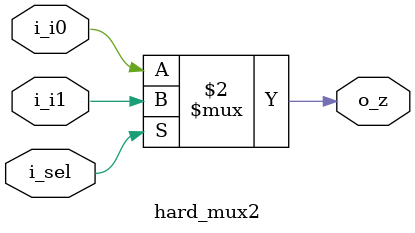
<source format=v>


module hard_mux2
(
  input   i_sel ,
  input   i_i0  ,
  input   i_i1  ,
  output  o_z
) ;

assign  o_z  =   ( i_sel == 1'b1 ) ? i_i1 : i_i0 ;

endmodule

</source>
